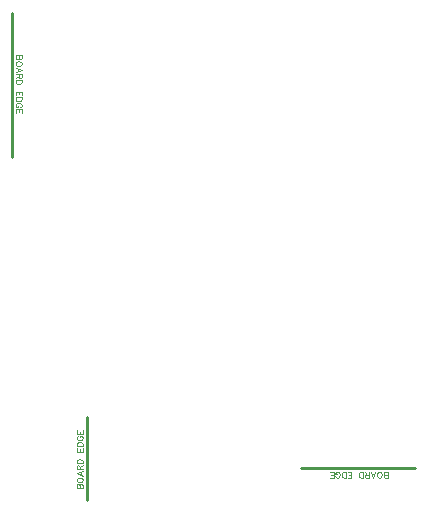
<source format=gbr>
G04 DipTrace 3.1.0.1*
G04 TopAssy.gbr*
%MOIN*%
G04 #@! TF.FileFunction,Drawing,Top*
G04 #@! TF.Part,Single*
%ADD10C,0.009843*%
%ADD46C,0.003088*%
%FSLAX26Y26*%
G04*
G70*
G90*
G75*
G01*
G04 TopAssy*
%LPD*%
X1992227Y646782D2*
D10*
X1613487D1*
X898312Y538357D2*
Y817097D1*
X648202Y2161197D2*
Y1682457D1*
X1901300Y613411D2*
D46*
Y633507D1*
X1892678D1*
X1889804Y632534D1*
X1888854Y631583D1*
X1887903Y629682D1*
Y626808D1*
X1888854Y624885D1*
X1889804Y623934D1*
X1892678Y622983D1*
X1889804Y622011D1*
X1888854Y621060D1*
X1887903Y619159D1*
Y617235D1*
X1888854Y615334D1*
X1889804Y614361D1*
X1892678Y613411D1*
X1901300D1*
Y622983D2*
X1892678D1*
X1875979Y613411D2*
X1877903Y614361D1*
X1879804Y616285D1*
X1880777Y618186D1*
X1881727Y621060D1*
Y625857D1*
X1880777Y628709D1*
X1879804Y630633D1*
X1877903Y632534D1*
X1875979Y633507D1*
X1872155D1*
X1870253Y632534D1*
X1868330Y630633D1*
X1867379Y628709D1*
X1866429Y625857D1*
Y621060D1*
X1867379Y618186D1*
X1868330Y616285D1*
X1870253Y614361D1*
X1872155Y613411D1*
X1875979D1*
X1844932Y633507D2*
X1852604Y613411D1*
X1860253Y633507D1*
X1857379Y626808D2*
X1847806D1*
X1838757Y622983D2*
X1830157D1*
X1827283Y622010D1*
X1826310Y621060D1*
X1825359Y619159D1*
Y617235D1*
X1826310Y615334D1*
X1827283Y614361D1*
X1830157Y613411D1*
X1838757D1*
Y633507D1*
X1832058Y622983D2*
X1825359Y633507D1*
X1819184Y613411D2*
Y633507D1*
X1812485D1*
X1809611Y632534D1*
X1807688Y630633D1*
X1806737Y628709D1*
X1805786Y625857D1*
Y621060D1*
X1806737Y618186D1*
X1807688Y616285D1*
X1809611Y614361D1*
X1812485Y613411D1*
X1819184D1*
X1767746D2*
X1780170D1*
Y633507D1*
X1767746D1*
X1780170Y622983D2*
X1772521D1*
X1761570Y613411D2*
Y633507D1*
X1754871D1*
X1751997Y632534D1*
X1750074Y630633D1*
X1749123Y628709D1*
X1748173Y625857D1*
Y621060D1*
X1749123Y618186D1*
X1750074Y616285D1*
X1751997Y614361D1*
X1754871Y613411D1*
X1761570D1*
X1727649Y618186D2*
X1728600Y616285D1*
X1730523Y614361D1*
X1732424Y613411D1*
X1736249D1*
X1738172Y614361D1*
X1740074Y616285D1*
X1741046Y618186D1*
X1741997Y621060D1*
Y625857D1*
X1741046Y628709D1*
X1740074Y630633D1*
X1738172Y632534D1*
X1736249Y633507D1*
X1732424D1*
X1730523Y632534D1*
X1728600Y630633D1*
X1727649Y628709D1*
Y625857D1*
X1732424D1*
X1709049Y613411D2*
X1721473D1*
Y633507D1*
X1709049D1*
X1721473Y622983D2*
X1713824D1*
X864940Y579259D2*
X885036D1*
Y587881D1*
X884064Y590755D1*
X883113Y591706D1*
X881212Y592656D1*
X878338D1*
X876414Y591706D1*
X875464Y590755D1*
X874513Y587881D1*
X873540Y590755D1*
X872590Y591706D1*
X870689Y592656D1*
X868765D1*
X866864Y591706D1*
X865891Y590755D1*
X864940Y587881D1*
Y579259D1*
X874513D2*
Y587881D1*
X864940Y604580D2*
X865891Y602657D1*
X867815Y600755D1*
X869716Y599783D1*
X872590Y598832D1*
X877387D1*
X880239Y599783D1*
X882162Y600755D1*
X884064Y602657D1*
X885036Y604580D1*
Y608405D1*
X884064Y610306D1*
X882162Y612229D1*
X880239Y613180D1*
X877387Y614131D1*
X872590D1*
X869716Y613180D1*
X867815Y612229D1*
X865891Y610306D1*
X864940Y608405D1*
Y604580D1*
X885036Y635627D2*
X864940Y627956D1*
X885036Y620306D1*
X878338Y623180D2*
Y632753D1*
X874513Y641803D2*
Y650403D1*
X873540Y653277D1*
X872590Y654249D1*
X870688Y655200D1*
X868765D1*
X866864Y654249D1*
X865891Y653277D1*
X864940Y650403D1*
Y641803D1*
X885036D1*
X874513Y648501D2*
X885036Y655200D1*
X864940Y661376D2*
X885036D1*
Y668074D1*
X884064Y670948D1*
X882162Y672872D1*
X880239Y673822D1*
X877387Y674773D1*
X872590D1*
X869716Y673822D1*
X867814Y672872D1*
X865891Y670948D1*
X864940Y668074D1*
Y661376D1*
Y712814D2*
Y700389D1*
X885036D1*
Y712814D1*
X874513Y700389D2*
Y708039D1*
X864940Y718989D2*
X885036D1*
Y725688D1*
X884064Y728562D1*
X882162Y730486D1*
X880239Y731436D1*
X877387Y732387D1*
X872590D1*
X869716Y731436D1*
X867814Y730486D1*
X865891Y728562D1*
X864940Y725688D1*
Y718989D1*
X869716Y752910D2*
X867814Y751960D1*
X865891Y750036D1*
X864940Y748135D1*
Y744311D1*
X865891Y742387D1*
X867814Y740486D1*
X869716Y739513D1*
X872590Y738563D1*
X877387D1*
X880239Y739513D1*
X882162Y740486D1*
X884064Y742387D1*
X885036Y744311D1*
Y748135D1*
X884064Y750036D1*
X882162Y751960D1*
X880239Y752910D1*
X877387D1*
Y748135D1*
X864940Y771511D2*
Y759086D1*
X885036D1*
Y771511D1*
X874513Y759086D2*
Y766735D1*
X681573Y2021249D2*
X661477D1*
Y2012627D1*
X662450Y2009753D1*
X663401Y2008803D1*
X665302Y2007852D1*
X668176D1*
X670099Y2008803D1*
X671050Y2009753D1*
X672001Y2012627D1*
X672973Y2009753D1*
X673924Y2008803D1*
X675825Y2007852D1*
X677749D1*
X679650Y2008803D1*
X680623Y2009753D1*
X681573Y2012627D1*
Y2021249D1*
X672001D2*
Y2012627D1*
X681573Y1995928D2*
X680623Y1997852D1*
X678699Y1999753D1*
X676798Y2000726D1*
X673924Y2001676D1*
X669127D1*
X666275Y2000726D1*
X664351Y1999753D1*
X662450Y1997852D1*
X661477Y1995928D1*
Y1992104D1*
X662450Y1990202D1*
X664351Y1988279D1*
X666275Y1987328D1*
X669127Y1986378D1*
X673924D1*
X676798Y1987328D1*
X678699Y1988279D1*
X680623Y1990202D1*
X681573Y1992104D1*
Y1995928D1*
X661477Y1964881D2*
X681573Y1972553D1*
X661477Y1980202D1*
X668176Y1977328D2*
Y1967755D1*
X672001Y1958706D2*
Y1950106D1*
X672974Y1947232D1*
X673924Y1946259D1*
X675825Y1945308D1*
X677749D1*
X679650Y1946259D1*
X680623Y1947232D1*
X681573Y1950106D1*
Y1958706D1*
X661477D1*
X672001Y1952007D2*
X661477Y1945308D1*
X681573Y1939133D2*
X661477D1*
Y1932434D1*
X662450Y1929560D1*
X664351Y1927637D1*
X666275Y1926686D1*
X669127Y1925735D1*
X673924D1*
X676798Y1926686D1*
X678699Y1927637D1*
X680623Y1929560D1*
X681573Y1932434D1*
Y1939133D1*
Y1887695D2*
Y1900119D1*
X661477D1*
Y1887695D1*
X672001Y1900119D2*
Y1892470D1*
X681573Y1881519D2*
X661477D1*
Y1874820D1*
X662450Y1871946D1*
X664351Y1870023D1*
X666275Y1869072D1*
X669127Y1868122D1*
X673924D1*
X676798Y1869072D1*
X678699Y1870023D1*
X680623Y1871946D1*
X681573Y1874820D1*
Y1881519D1*
X676798Y1847598D2*
X678699Y1848549D1*
X680623Y1850472D1*
X681573Y1852373D1*
Y1856198D1*
X680623Y1858121D1*
X678699Y1860022D1*
X676798Y1860995D1*
X673924Y1861946D1*
X669127D1*
X666275Y1860995D1*
X664351Y1860022D1*
X662450Y1858121D1*
X661477Y1856198D1*
Y1852373D1*
X662450Y1850472D1*
X664351Y1848549D1*
X666275Y1847598D1*
X669127D1*
Y1852373D1*
X681573Y1828998D2*
Y1841422D1*
X661477D1*
Y1828998D1*
X672001Y1841422D2*
Y1833773D1*
M02*

</source>
